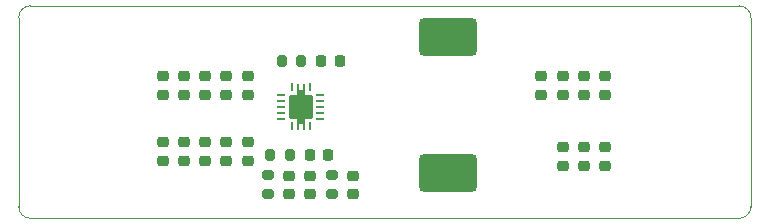
<source format=gtp>
G04 #@! TF.GenerationSoftware,KiCad,Pcbnew,9.0.4*
G04 #@! TF.CreationDate,2025-09-22T12:07:41+05:30*
G04 #@! TF.ProjectId,buck-converter-8A,6275636b-2d63-46f6-9e76-65727465722d,rev?*
G04 #@! TF.SameCoordinates,Original*
G04 #@! TF.FileFunction,Paste,Top*
G04 #@! TF.FilePolarity,Positive*
%FSLAX46Y46*%
G04 Gerber Fmt 4.6, Leading zero omitted, Abs format (unit mm)*
G04 Created by KiCad (PCBNEW 9.0.4) date 2025-09-22 12:07:41*
%MOMM*%
%LPD*%
G01*
G04 APERTURE LIST*
G04 Aperture macros list*
%AMRoundRect*
0 Rectangle with rounded corners*
0 $1 Rounding radius*
0 $2 $3 $4 $5 $6 $7 $8 $9 X,Y pos of 4 corners*
0 Add a 4 corners polygon primitive as box body*
4,1,4,$2,$3,$4,$5,$6,$7,$8,$9,$2,$3,0*
0 Add four circle primitives for the rounded corners*
1,1,$1+$1,$2,$3*
1,1,$1+$1,$4,$5*
1,1,$1+$1,$6,$7*
1,1,$1+$1,$8,$9*
0 Add four rect primitives between the rounded corners*
20,1,$1+$1,$2,$3,$4,$5,0*
20,1,$1+$1,$4,$5,$6,$7,0*
20,1,$1+$1,$6,$7,$8,$9,0*
20,1,$1+$1,$8,$9,$2,$3,0*%
G04 Aperture macros list end*
%ADD10RoundRect,0.225000X-0.250000X0.225000X-0.250000X-0.225000X0.250000X-0.225000X0.250000X0.225000X0*%
%ADD11RoundRect,0.225000X0.250000X-0.225000X0.250000X0.225000X-0.250000X0.225000X-0.250000X-0.225000X0*%
%ADD12RoundRect,0.200000X-0.200000X-0.275000X0.200000X-0.275000X0.200000X0.275000X-0.200000X0.275000X0*%
%ADD13RoundRect,0.200000X-0.275000X0.200000X-0.275000X-0.200000X0.275000X-0.200000X0.275000X0.200000X0*%
%ADD14RoundRect,0.483900X-1.992600X1.129100X-1.992600X-1.129100X1.992600X-1.129100X1.992600X1.129100X0*%
%ADD15RoundRect,0.225000X-0.225000X-0.250000X0.225000X-0.250000X0.225000X0.250000X-0.225000X0.250000X0*%
%ADD16RoundRect,0.050000X0.070000X-0.250000X0.070000X0.250000X-0.070000X0.250000X-0.070000X-0.250000X0*%
%ADD17RoundRect,0.050000X-0.250000X-0.070000X0.250000X-0.070000X0.250000X0.070000X-0.250000X0.070000X0*%
%ADD18RoundRect,0.050000X-0.070000X0.250000X-0.070000X-0.250000X0.070000X-0.250000X0.070000X0.250000X0*%
%ADD19RoundRect,0.050000X-0.050000X-1.900000X0.050000X-1.900000X0.050000X1.900000X-0.050000X1.900000X0*%
%ADD20R,0.550000X0.467500*%
%ADD21RoundRect,0.120000X-0.905000X-0.905000X0.905000X-0.905000X0.905000X0.905000X-0.905000X0.905000X0*%
%ADD22RoundRect,0.200000X0.275000X-0.200000X0.275000X0.200000X-0.275000X0.200000X-0.275000X-0.200000X0*%
G04 #@! TA.AperFunction,Profile*
%ADD23C,0.050000*%
G04 #@! TD*
G04 APERTURE END LIST*
D10*
X121600000Y-86525000D03*
X121600000Y-88075000D03*
X134100000Y-94925000D03*
X134100000Y-96475000D03*
X125200000Y-86525000D03*
X125200000Y-88075000D03*
X123400000Y-86525000D03*
X123400000Y-88075000D03*
D11*
X157250000Y-94075000D03*
X157250000Y-92525000D03*
D12*
X130725000Y-93150000D03*
X132375000Y-93150000D03*
D10*
X157250000Y-86525000D03*
X157250000Y-88075000D03*
X159050000Y-86525000D03*
X159050000Y-88075000D03*
X128800000Y-86525000D03*
X128800000Y-88075000D03*
D12*
X131675000Y-85250000D03*
X133325000Y-85250000D03*
D13*
X135900000Y-94875000D03*
X135900000Y-96525000D03*
D14*
X145750000Y-83197000D03*
X145750000Y-94703000D03*
D15*
X134075000Y-93150000D03*
X135625000Y-93150000D03*
D16*
X132550000Y-87450000D03*
D17*
X131650000Y-88100000D03*
X131650000Y-88600000D03*
X131650000Y-89100000D03*
X131650000Y-89600000D03*
X131650000Y-90100000D03*
D18*
X132550000Y-90750000D03*
X134050000Y-90750000D03*
D17*
X134950000Y-90100000D03*
X134950000Y-89600000D03*
X134950000Y-89100000D03*
X134950000Y-88600000D03*
X134950000Y-88100000D03*
D16*
X134050000Y-87450000D03*
D19*
X133025000Y-89100000D03*
D20*
X133300000Y-87896200D03*
D21*
X133300000Y-89100000D03*
D20*
X133300000Y-90303800D03*
D19*
X133575000Y-89100000D03*
D10*
X155450000Y-86525000D03*
X155450000Y-88075000D03*
D11*
X121600000Y-93675000D03*
X121600000Y-92125000D03*
X127000000Y-93675000D03*
X127000000Y-92125000D03*
D10*
X127000000Y-86525000D03*
X127000000Y-88075000D03*
D11*
X123400000Y-93675000D03*
X123400000Y-92125000D03*
X159050000Y-94075000D03*
X159050000Y-92525000D03*
X125200000Y-93675000D03*
X125200000Y-92125000D03*
X128800000Y-93675000D03*
X128800000Y-92125000D03*
X155450000Y-94075000D03*
X155450000Y-92525000D03*
X137700000Y-96475000D03*
X137700000Y-94925000D03*
D10*
X153650000Y-86525000D03*
X153650000Y-88075000D03*
X132300000Y-94925000D03*
X132300000Y-96475000D03*
D15*
X135025000Y-85250000D03*
X136575000Y-85250000D03*
D22*
X130500000Y-96525000D03*
X130500000Y-94875000D03*
D23*
X110400000Y-98550000D02*
G75*
G02*
X109400000Y-97550000I0J1000000D01*
G01*
X171400000Y-97550000D02*
G75*
G02*
X170400000Y-98550000I-1000000J0D01*
G01*
X170400000Y-98550000D02*
X110400000Y-98550000D01*
X110400000Y-80550000D02*
X170400000Y-80550000D01*
X171400000Y-81550000D02*
X171400000Y-97550000D01*
X170400000Y-80550000D02*
G75*
G02*
X171400000Y-81550000I0J-1000000D01*
G01*
X109400000Y-81550000D02*
G75*
G02*
X110400000Y-80550000I1000000J0D01*
G01*
X109400000Y-97550000D02*
X109400000Y-81550000D01*
M02*

</source>
